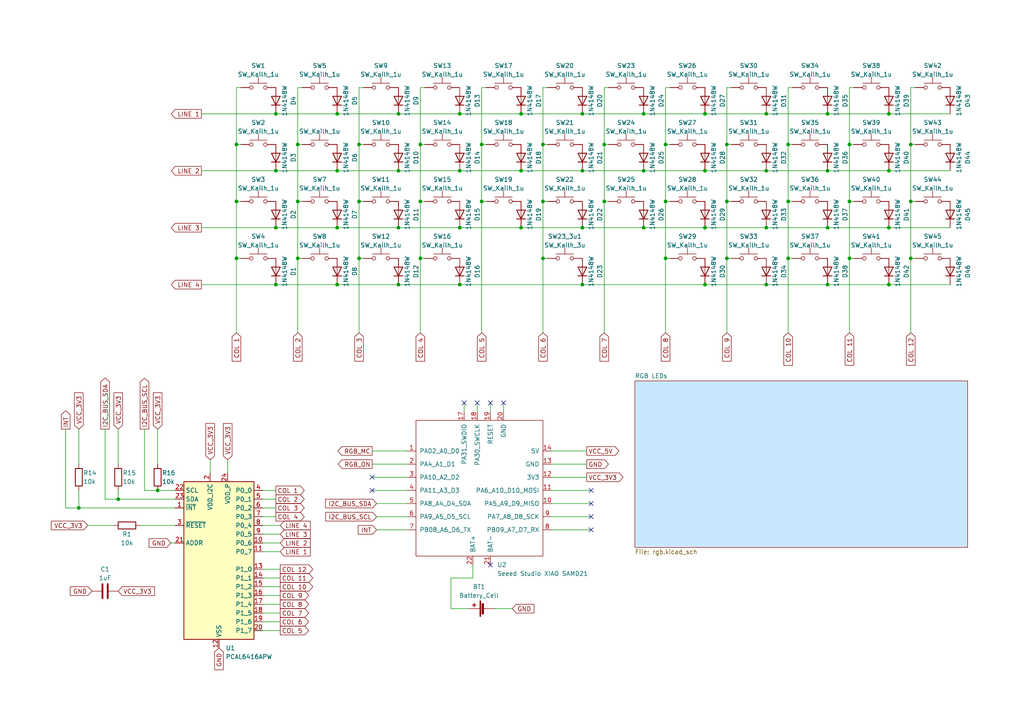
<source format=kicad_sch>
(kicad_sch (version 20230121) (generator eeschema)
  (paper "A4")
  (title_block (title "Keyboard") (rev "1.1") (company "0xAC0"))
  (junction (at 68.58 74.93))
  (junction (at 222.25 49.53))
  (junction (at 240.03 82.55))
  (junction (at 228.6 58.42))
  (junction (at 133.35 33.02))
  (junction (at 97.79 33.02))
  (junction (at 80.01 33.02))
  (junction (at 80.01 82.55))
  (junction (at 257.81 82.55))
  (junction (at 121.92 74.93))
  (junction (at 168.91 33.02))
  (junction (at 193.04 58.42))
  (junction (at 175.26 58.42))
  (junction (at 139.7 41.91))
  (junction (at 151.13 66.04))
  (junction (at 246.38 74.93))
  (junction (at 186.69 33.02))
  (junction (at 257.81 66.04))
  (junction (at 246.38 58.42))
  (junction (at 97.79 82.55))
  (junction (at 139.7 58.42))
  (junction (at 115.57 66.04))
  (junction (at 186.69 49.53))
  (junction (at 133.35 49.53))
  (junction (at 240.03 49.53))
  (junction (at 204.47 49.53))
  (junction (at 45.72 142.24))
  (junction (at 222.25 33.02))
  (junction (at 193.04 41.91))
  (junction (at 257.81 49.53))
  (junction (at 86.36 74.93))
  (junction (at 115.57 33.02))
  (junction (at 97.79 49.53))
  (junction (at 157.48 58.42))
  (junction (at 186.69 66.04))
  (junction (at 168.91 66.04))
  (junction (at 210.82 41.91))
  (junction (at 80.01 66.04))
  (junction (at 115.57 49.53))
  (junction (at 133.35 66.04))
  (junction (at 228.6 41.91))
  (junction (at 157.48 41.91))
  (junction (at 204.47 82.55))
  (junction (at 104.14 41.91))
  (junction (at 193.04 74.93))
  (junction (at 121.92 41.91))
  (junction (at 210.82 74.93))
  (junction (at 68.58 58.42))
  (junction (at 222.25 66.04))
  (junction (at 222.25 82.55))
  (junction (at 264.16 74.93))
  (junction (at 175.26 41.91))
  (junction (at 22.86 147.32))
  (junction (at 121.92 58.42))
  (junction (at 204.47 33.02))
  (junction (at 104.14 74.93))
  (junction (at 246.38 41.91))
  (junction (at 115.57 82.55))
  (junction (at 97.79 66.04))
  (junction (at 34.29 144.78))
  (junction (at 157.48 74.93))
  (junction (at 104.14 58.42))
  (junction (at 168.91 49.53))
  (junction (at 228.6 74.93))
  (junction (at 68.58 41.91))
  (junction (at 210.82 58.42))
  (junction (at 151.13 49.53))
  (junction (at 240.03 66.04))
  (junction (at 257.81 33.02))
  (junction (at 86.36 58.42))
  (junction (at 151.13 33.02))
  (junction (at 240.03 33.02))
  (junction (at 204.47 66.04))
  (junction (at 80.01 49.53))
  (junction (at 86.36 41.91))
  (junction (at 133.35 82.55))
  (junction (at 264.16 41.91))
  (junction (at 168.91 82.55))
  (junction (at 264.16 58.42))
  (no_connect (at 171.45 146.05))
  (no_connect (at 138.43 116.84))
  (no_connect (at 142.24 116.84))
  (no_connect (at 134.62 116.84))
  (no_connect (at 107.95 138.43))
  (no_connect (at 171.45 149.86))
  (no_connect (at 171.45 142.24))
  (no_connect (at 146.05 116.84))
  (no_connect (at 142.24 163.83))
  (no_connect (at 107.95 142.24))
  (no_connect (at 171.45 153.67))
  (wire (pts (xy 186.69 33.02) (xy 204.47 33.02)))
  (wire (pts (xy 193.04 41.91) (xy 194.31 41.91)))
  (wire (pts (xy 80.01 33.02) (xy 97.79 33.02)))
  (wire (pts (xy 76.2 182.88) (xy 81.28 182.88)))
  (wire (pts (xy 193.04 74.93) (xy 194.31 74.93)))
  (wire (pts (xy 115.57 66.04) (xy 133.35 66.04)))
  (wire (pts (xy 34.29 144.78) (xy 50.8 144.78)))
  (wire (pts (xy 228.6 74.93) (xy 229.87 74.93)))
  (wire (pts (xy 41.91 124.46) (xy 41.91 142.24)))
  (wire (pts (xy 58.42 82.55) (xy 80.01 82.55)))
  (wire (pts (xy 121.92 58.42) (xy 121.92 74.93)))
  (wire (pts (xy 58.42 33.02) (xy 80.01 33.02)))
  (wire (pts (xy 139.7 58.42) (xy 139.7 96.52)))
  (wire (pts (xy 109.22 153.67) (xy 118.11 153.67)))
  (wire (pts (xy 193.04 58.42) (xy 193.04 74.93)))
  (wire (pts (xy 264.16 74.93) (xy 265.43 74.93)))
  (wire (pts (xy 222.25 33.02) (xy 240.03 33.02)))
  (wire (pts (xy 115.57 49.53) (xy 133.35 49.53)))
  (wire (pts (xy 121.92 74.93) (xy 121.92 96.52)))
  (wire (pts (xy 240.03 82.55) (xy 257.81 82.55)))
  (wire (pts (xy 41.91 142.24) (xy 45.72 142.24)))
  (wire (pts (xy 22.86 147.32) (xy 50.8 147.32)))
  (wire (pts (xy 76.2 175.26) (xy 81.28 175.26)))
  (wire (pts (xy 76.2 147.32) (xy 80.01 147.32)))
  (wire (pts (xy 68.58 25.4) (xy 69.85 25.4)))
  (wire (pts (xy 104.14 58.42) (xy 105.41 58.42)))
  (wire (pts (xy 264.16 41.91) (xy 264.16 58.42)))
  (wire (pts (xy 68.58 41.91) (xy 69.85 41.91)))
  (wire (pts (xy 30.48 144.78) (xy 34.29 144.78)))
  (wire (pts (xy 148.59 176.53) (xy 143.51 176.53)))
  (wire (pts (xy 86.36 74.93) (xy 86.36 96.52)))
  (wire (pts (xy 175.26 25.4) (xy 176.53 25.4)))
  (wire (pts (xy 86.36 41.91) (xy 87.63 41.91)))
  (wire (pts (xy 210.82 58.42) (xy 212.09 58.42)))
  (wire (pts (xy 133.35 33.02) (xy 151.13 33.02)))
  (wire (pts (xy 68.58 58.42) (xy 68.58 74.93)))
  (wire (pts (xy 97.79 49.53) (xy 115.57 49.53)))
  (wire (pts (xy 175.26 41.91) (xy 176.53 41.91)))
  (wire (pts (xy 139.7 25.4) (xy 140.97 25.4)))
  (wire (pts (xy 157.48 58.42) (xy 158.75 58.42)))
  (wire (pts (xy 257.81 66.04) (xy 275.59 66.04)))
  (wire (pts (xy 157.48 74.93) (xy 157.48 96.52)))
  (wire (pts (xy 186.69 49.53) (xy 204.47 49.53)))
  (wire (pts (xy 210.82 41.91) (xy 212.09 41.91)))
  (wire (pts (xy 264.16 41.91) (xy 265.43 41.91)))
  (wire (pts (xy 228.6 25.4) (xy 229.87 25.4)))
  (wire (pts (xy 133.35 66.04) (xy 151.13 66.04)))
  (wire (pts (xy 151.13 33.02) (xy 168.91 33.02)))
  (wire (pts (xy 246.38 41.91) (xy 247.65 41.91)))
  (wire (pts (xy 222.25 49.53) (xy 240.03 49.53)))
  (wire (pts (xy 104.14 58.42) (xy 104.14 74.93)))
  (wire (pts (xy 130.81 176.53) (xy 135.89 176.53)))
  (wire (pts (xy 76.2 152.4) (xy 81.28 152.4)))
  (wire (pts (xy 76.2 144.78) (xy 80.01 144.78)))
  (wire (pts (xy 121.92 58.42) (xy 123.19 58.42)))
  (wire (pts (xy 246.38 25.4) (xy 247.65 25.4)))
  (wire (pts (xy 97.79 33.02) (xy 115.57 33.02)))
  (wire (pts (xy 193.04 74.93) (xy 193.04 96.52)))
  (wire (pts (xy 121.92 41.91) (xy 121.92 58.42)))
  (wire (pts (xy 228.6 58.42) (xy 229.87 58.42)))
  (wire (pts (xy 210.82 25.4) (xy 210.82 41.91)))
  (wire (pts (xy 76.2 180.34) (xy 81.28 180.34)))
  (wire (pts (xy 264.16 25.4) (xy 265.43 25.4)))
  (wire (pts (xy 107.95 134.62) (xy 118.11 134.62)))
  (wire (pts (xy 76.2 172.72) (xy 81.28 172.72)))
  (wire (pts (xy 168.91 49.53) (xy 186.69 49.53)))
  (wire (pts (xy 86.36 25.4) (xy 87.63 25.4)))
  (wire (pts (xy 160.02 153.67) (xy 171.45 153.67)))
  (wire (pts (xy 246.38 58.42) (xy 247.65 58.42)))
  (wire (pts (xy 60.96 137.16) (xy 60.96 133.35)))
  (wire (pts (xy 264.16 58.42) (xy 265.43 58.42)))
  (wire (pts (xy 40.64 152.4) (xy 50.8 152.4)))
  (wire (pts (xy 76.2 165.1) (xy 81.28 165.1)))
  (wire (pts (xy 97.79 82.55) (xy 115.57 82.55)))
  (wire (pts (xy 222.25 82.55) (xy 240.03 82.55)))
  (wire (pts (xy 246.38 58.42) (xy 246.38 74.93)))
  (wire (pts (xy 210.82 41.91) (xy 210.82 58.42)))
  (wire (pts (xy 104.14 25.4) (xy 105.41 25.4)))
  (wire (pts (xy 121.92 74.93) (xy 123.19 74.93)))
  (wire (pts (xy 157.48 41.91) (xy 157.48 58.42)))
  (wire (pts (xy 137.16 167.64) (xy 130.81 167.64)))
  (wire (pts (xy 246.38 25.4) (xy 246.38 41.91)))
  (wire (pts (xy 257.81 82.55) (xy 275.59 82.55)))
  (wire (pts (xy 19.05 124.46) (xy 19.05 147.32)))
  (wire (pts (xy 157.48 74.93) (xy 158.75 74.93)))
  (wire (pts (xy 68.58 74.93) (xy 68.58 96.52)))
  (wire (pts (xy 193.04 58.42) (xy 194.31 58.42)))
  (wire (pts (xy 25.4 152.4) (xy 33.02 152.4)))
  (wire (pts (xy 76.2 154.94) (xy 81.28 154.94)))
  (wire (pts (xy 175.26 25.4) (xy 175.26 41.91)))
  (wire (pts (xy 175.26 58.42) (xy 176.53 58.42)))
  (wire (pts (xy 104.14 74.93) (xy 104.14 96.52)))
  (wire (pts (xy 107.95 130.81) (xy 118.11 130.81)))
  (wire (pts (xy 107.95 138.43) (xy 118.11 138.43)))
  (wire (pts (xy 186.69 66.04) (xy 204.47 66.04)))
  (wire (pts (xy 76.2 170.18) (xy 81.28 170.18)))
  (wire (pts (xy 204.47 66.04) (xy 222.25 66.04)))
  (wire (pts (xy 34.29 142.24) (xy 34.29 144.78)))
  (wire (pts (xy 76.2 157.48) (xy 81.28 157.48)))
  (wire (pts (xy 264.16 58.42) (xy 264.16 74.93)))
  (wire (pts (xy 246.38 74.93) (xy 247.65 74.93)))
  (wire (pts (xy 104.14 41.91) (xy 104.14 58.42)))
  (wire (pts (xy 76.2 160.02) (xy 81.28 160.02)))
  (wire (pts (xy 109.22 149.86) (xy 118.11 149.86)))
  (wire (pts (xy 175.26 58.42) (xy 175.26 96.52)))
  (wire (pts (xy 204.47 33.02) (xy 222.25 33.02)))
  (wire (pts (xy 86.36 74.93) (xy 87.63 74.93)))
  (wire (pts (xy 264.16 25.4) (xy 264.16 41.91)))
  (wire (pts (xy 210.82 74.93) (xy 210.82 96.52)))
  (wire (pts (xy 121.92 41.91) (xy 123.19 41.91)))
  (wire (pts (xy 34.29 124.46) (xy 34.29 134.62)))
  (wire (pts (xy 22.86 124.46) (xy 22.86 134.62)))
  (wire (pts (xy 257.81 49.53) (xy 275.59 49.53)))
  (wire (pts (xy 68.58 41.91) (xy 68.58 58.42)))
  (wire (pts (xy 193.04 25.4) (xy 193.04 41.91)))
  (wire (pts (xy 86.36 58.42) (xy 87.63 58.42)))
  (wire (pts (xy 157.48 25.4) (xy 157.48 41.91)))
  (wire (pts (xy 168.91 66.04) (xy 186.69 66.04)))
  (wire (pts (xy 157.48 25.4) (xy 158.75 25.4)))
  (wire (pts (xy 19.05 147.32) (xy 22.86 147.32)))
  (wire (pts (xy 210.82 74.93) (xy 212.09 74.93)))
  (wire (pts (xy 104.14 41.91) (xy 105.41 41.91)))
  (wire (pts (xy 228.6 41.91) (xy 228.6 58.42)))
  (wire (pts (xy 22.86 142.24) (xy 22.86 147.32)))
  (wire (pts (xy 49.53 157.48) (xy 50.8 157.48)))
  (wire (pts (xy 121.92 25.4) (xy 123.19 25.4)))
  (wire (pts (xy 80.01 82.55) (xy 97.79 82.55)))
  (wire (pts (xy 142.24 116.84) (xy 142.24 119.38)))
  (wire (pts (xy 222.25 66.04) (xy 240.03 66.04)))
  (wire (pts (xy 175.26 41.91) (xy 175.26 58.42)))
  (wire (pts (xy 134.62 116.84) (xy 134.62 119.38)))
  (wire (pts (xy 246.38 41.91) (xy 246.38 58.42)))
  (wire (pts (xy 210.82 58.42) (xy 210.82 74.93)))
  (wire (pts (xy 76.2 177.8) (xy 81.28 177.8)))
  (wire (pts (xy 115.57 33.02) (xy 133.35 33.02)))
  (wire (pts (xy 86.36 58.42) (xy 86.36 74.93)))
  (wire (pts (xy 115.57 82.55) (xy 133.35 82.55)))
  (wire (pts (xy 76.2 142.24) (xy 80.01 142.24)))
  (wire (pts (xy 138.43 116.84) (xy 138.43 119.38)))
  (wire (pts (xy 130.81 167.64) (xy 130.81 176.53)))
  (wire (pts (xy 157.48 58.42) (xy 157.48 74.93)))
  (wire (pts (xy 58.42 66.04) (xy 80.01 66.04)))
  (wire (pts (xy 68.58 25.4) (xy 68.58 41.91)))
  (wire (pts (xy 193.04 25.4) (xy 194.31 25.4)))
  (wire (pts (xy 137.16 163.83) (xy 137.16 167.64)))
  (wire (pts (xy 210.82 25.4) (xy 212.09 25.4)))
  (wire (pts (xy 228.6 58.42) (xy 228.6 74.93)))
  (wire (pts (xy 104.14 25.4) (xy 104.14 41.91)))
  (wire (pts (xy 193.04 41.91) (xy 193.04 58.42)))
  (wire (pts (xy 240.03 66.04) (xy 257.81 66.04)))
  (wire (pts (xy 151.13 66.04) (xy 168.91 66.04)))
  (wire (pts (xy 30.48 124.46) (xy 30.48 144.78)))
  (wire (pts (xy 97.79 66.04) (xy 115.57 66.04)))
  (wire (pts (xy 204.47 82.55) (xy 222.25 82.55)))
  (wire (pts (xy 107.95 142.24) (xy 118.11 142.24)))
  (wire (pts (xy 160.02 149.86) (xy 171.45 149.86)))
  (wire (pts (xy 121.92 25.4) (xy 121.92 41.91)))
  (wire (pts (xy 228.6 74.93) (xy 228.6 96.52)))
  (wire (pts (xy 109.22 146.05) (xy 118.11 146.05)))
  (wire (pts (xy 133.35 49.53) (xy 151.13 49.53)))
  (wire (pts (xy 86.36 25.4) (xy 86.36 41.91)))
  (wire (pts (xy 160.02 142.24) (xy 171.45 142.24)))
  (wire (pts (xy 68.58 58.42) (xy 69.85 58.42)))
  (wire (pts (xy 86.36 41.91) (xy 86.36 58.42)))
  (wire (pts (xy 228.6 25.4) (xy 228.6 41.91)))
  (wire (pts (xy 264.16 74.93) (xy 264.16 96.52)))
  (wire (pts (xy 68.58 74.93) (xy 69.85 74.93)))
  (wire (pts (xy 204.47 49.53) (xy 222.25 49.53)))
  (wire (pts (xy 80.01 49.53) (xy 97.79 49.53)))
  (wire (pts (xy 139.7 41.91) (xy 140.97 41.91)))
  (wire (pts (xy 228.6 41.91) (xy 229.87 41.91)))
  (wire (pts (xy 139.7 58.42) (xy 140.97 58.42)))
  (wire (pts (xy 257.81 33.02) (xy 275.59 33.02)))
  (wire (pts (xy 58.42 49.53) (xy 80.01 49.53)))
  (wire (pts (xy 139.7 25.4) (xy 139.7 41.91)))
  (wire (pts (xy 157.48 41.91) (xy 158.75 41.91)))
  (wire (pts (xy 160.02 146.05) (xy 171.45 146.05)))
  (wire (pts (xy 168.91 82.55) (xy 204.47 82.55)))
  (wire (pts (xy 160.02 134.62) (xy 170.18 134.62)))
  (wire (pts (xy 139.7 41.91) (xy 139.7 58.42)))
  (wire (pts (xy 66.04 133.35) (xy 66.04 137.16)))
  (wire (pts (xy 160.02 130.81) (xy 170.18 130.81)))
  (wire (pts (xy 246.38 74.93) (xy 246.38 96.52)))
  (wire (pts (xy 45.72 142.24) (xy 50.8 142.24)))
  (wire (pts (xy 45.72 124.46) (xy 45.72 134.62)))
  (wire (pts (xy 240.03 33.02) (xy 257.81 33.02)))
  (wire (pts (xy 160.02 138.43) (xy 170.18 138.43)))
  (wire (pts (xy 146.05 116.84) (xy 146.05 119.38)))
  (wire (pts (xy 76.2 149.86) (xy 80.01 149.86)))
  (wire (pts (xy 80.01 66.04) (xy 97.79 66.04)))
  (wire (pts (xy 104.14 74.93) (xy 105.41 74.93)))
  (wire (pts (xy 240.03 49.53) (xy 257.81 49.53)))
  (wire (pts (xy 133.35 82.55) (xy 168.91 82.55)))
  (wire (pts (xy 76.2 167.64) (xy 81.28 167.64)))
  (wire (pts (xy 151.13 49.53) (xy 168.91 49.53)))
  (wire (pts (xy 168.91 33.02) (xy 186.69 33.02)))
  (global_label "COL 2" (shape output) (at 80.01 144.78 0) (property "Intersheetrefs" "${INTERSHEET_REFS}" (effects hide)))
  (global_label "LINE 2" (shape input) (at 81.28 157.48 0) (property "Intersheetrefs" "${INTERSHEET_REFS}" (effects hide)))
  (global_label "VCC_3V3" (shape input) (at 34.29 124.46 90) (property "Intersheetrefs" "${INTERSHEET_REFS}" (effects hide)))
  (global_label "LINE 1" (shape input) (at 81.28 160.02 0) (property "Intersheetrefs" "${INTERSHEET_REFS}" (effects hide)))
  (global_label "GND" (shape input) (at 63.5 187.96 270) (property "Intersheetrefs" "${INTERSHEET_REFS}" (effects hide)))
  (global_label "COL 7" (shape input) (at 175.26 96.52 270) (property "Intersheetrefs" "${INTERSHEET_REFS}" (effects hide)))
  (global_label "COL 5" (shape output) (at 81.28 182.88 0) (property "Intersheetrefs" "${INTERSHEET_REFS}" (effects hide)))
  (global_label "I2C_BUS_SCL" (shape input) (at 109.22 149.86 180) (property "Intersheetrefs" "${INTERSHEET_REFS}" (effects hide)))
  (global_label "GND" (shape input) (at 49.53 157.48 180) (property "Intersheetrefs" "${INTERSHEET_REFS}" (effects hide)))
  (global_label "I2C_BUS_SDA" (shape output) (at 30.48 124.46 90) (property "Intersheetrefs" "${INTERSHEET_REFS}" (effects hide)))
  (global_label "COL 4" (shape output) (at 80.01 149.86 0) (property "Intersheetrefs" "${INTERSHEET_REFS}" (effects hide)))
  (global_label "COL 7" (shape output) (at 81.28 177.8 0) (property "Intersheetrefs" "${INTERSHEET_REFS}" (effects hide)))
  (global_label "COL 11" (shape output) (at 81.28 167.64 0) (property "Intersheetrefs" "${INTERSHEET_REFS}" (effects hide)))
  (global_label "VCC_3V3" (shape input) (at 66.04 133.35 90) (property "Intersheetrefs" "${INTERSHEET_REFS}" (effects hide)))
  (global_label "COL 10" (shape input) (at 228.6 96.52 270) (property "Intersheetrefs" "${INTERSHEET_REFS}" (effects hide)))
  (global_label "COL 3" (shape input) (at 104.14 96.52 270) (property "Intersheetrefs" "${INTERSHEET_REFS}" (effects hide)))
  (global_label "COL 6" (shape input) (at 157.48 96.52 270) (property "Intersheetrefs" "${INTERSHEET_REFS}" (effects hide)))
  (global_label "COL 9" (shape output) (at 81.28 172.72 0) (property "Intersheetrefs" "${INTERSHEET_REFS}" (effects hide)))
  (global_label "GND" (shape input) (at 26.67 171.45 180) (property "Intersheetrefs" "${INTERSHEET_REFS}" (effects hide)))
  (global_label "COL 6" (shape output) (at 81.28 180.34 0) (property "Intersheetrefs" "${INTERSHEET_REFS}" (effects hide)))
  (global_label "COL 2" (shape input) (at 86.36 96.52 270) (property "Intersheetrefs" "${INTERSHEET_REFS}" (effects hide)))
  (global_label "COL 5" (shape input) (at 139.7 96.52 270) (property "Intersheetrefs" "${INTERSHEET_REFS}" (effects hide)))
  (global_label "COL 4" (shape input) (at 121.92 96.52 270) (property "Intersheetrefs" "${INTERSHEET_REFS}" (effects hide)))
  (global_label "RGB_ON" (shape output) (at 107.95 134.62 180) (property "Intersheetrefs" "${INTERSHEET_REFS}" (effects hide)))
  (global_label "COL 3" (shape output) (at 80.01 147.32 0) (property "Intersheetrefs" "${INTERSHEET_REFS}" (effects hide)))
  (global_label "COL 1" (shape output) (at 80.01 142.24 0) (property "Intersheetrefs" "${INTERSHEET_REFS}" (effects hide)))
  (global_label "INT" (shape output) (at 19.05 124.46 90) (property "Intersheetrefs" "${INTERSHEET_REFS}" (effects hide)))
  (global_label "GND" (shape input) (at 148.59 176.53 0) (property "Intersheetrefs" "${INTERSHEET_REFS}" (effects hide)))
  (global_label "INT" (shape input) (at 109.22 153.67 180) (property "Intersheetrefs" "${INTERSHEET_REFS}" (effects hide)))
  (global_label "COL 10" (shape output) (at 81.28 170.18 0) (property "Intersheetrefs" "${INTERSHEET_REFS}" (effects hide)))
  (global_label "COL 12" (shape output) (at 81.28 165.1 0) (property "Intersheetrefs" "${INTERSHEET_REFS}" (effects hide)))
  (global_label "LINE 2" (shape output) (at 58.42 49.53 180) (property "Intersheetrefs" "${INTERSHEET_REFS}" (effects hide)))
  (global_label "COL 11" (shape input) (at 246.38 96.52 270) (property "Intersheetrefs" "${INTERSHEET_REFS}" (effects hide)))
  (global_label "VCC_3V3" (shape input) (at 25.4 152.4 180) (property "Intersheetrefs" "${INTERSHEET_REFS}" (effects hide)))
  (global_label "COL 12" (shape input) (at 264.16 96.52 270) (property "Intersheetrefs" "${INTERSHEET_REFS}" (effects hide)))
  (global_label "VCC_3V3" (shape input) (at 22.86 124.46 90) (property "Intersheetrefs" "${INTERSHEET_REFS}" (effects hide)))
  (global_label "VCC_5V" (shape output) (at 170.18 130.81 0) (property "Intersheetrefs" "${INTERSHEET_REFS}" (effects hide)))
  (global_label "GND" (shape output) (at 170.18 134.62 0) (property "Intersheetrefs" "${INTERSHEET_REFS}" (effects hide)))
  (global_label "VCC_3V3" (shape input) (at 45.72 124.46 90) (property "Intersheetrefs" "${INTERSHEET_REFS}" (effects hide)))
  (global_label "I2C_BUS_SCL" (shape output) (at 41.91 124.46 90) (property "Intersheetrefs" "${INTERSHEET_REFS}" (effects hide)))
  (global_label "LINE 4" (shape output) (at 58.42 82.55 180) (property "Intersheetrefs" "${INTERSHEET_REFS}" (effects hide)))
  (global_label "COL 8" (shape output) (at 81.28 175.26 0) (property "Intersheetrefs" "${INTERSHEET_REFS}" (effects hide)))
  (global_label "VCC_3V3" (shape input) (at 34.29 171.45 0) (property "Intersheetrefs" "${INTERSHEET_REFS}" (effects hide)))
  (global_label "LINE 3" (shape output) (at 58.42 66.04 180) (property "Intersheetrefs" "${INTERSHEET_REFS}" (effects hide)))
  (global_label "RGB_MC" (shape output) (at 107.95 130.81 180) (property "Intersheetrefs" "${INTERSHEET_REFS}" (effects hide)))
  (global_label "COL 8" (shape input) (at 193.04 96.52 270) (property "Intersheetrefs" "${INTERSHEET_REFS}" (effects hide)))
  (global_label "LINE 3" (shape input) (at 81.28 154.94 0) (property "Intersheetrefs" "${INTERSHEET_REFS}" (effects hide)))
  (global_label "I2C_BUS_SDA" (shape input) (at 109.22 146.05 180) (property "Intersheetrefs" "${INTERSHEET_REFS}" (effects hide)))
  (global_label "VCC_3V3" (shape input) (at 60.96 133.35 90) (property "Intersheetrefs" "${INTERSHEET_REFS}" (effects hide)))
  (global_label "VCC_3V3" (shape output) (at 170.18 138.43 0) (property "Intersheetrefs" "${INTERSHEET_REFS}" (effects hide)))
  (global_label "COL 1" (shape input) (at 68.58 96.52 270) (property "Intersheetrefs" "${INTERSHEET_REFS}" (effects hide)))
  (global_label "LINE 4" (shape input) (at 81.28 152.4 0) (property "Intersheetrefs" "${INTERSHEET_REFS}" (effects hide)))
  (global_label "LINE 1" (shape output) (at 58.42 33.02 180) (property "Intersheetrefs" "${INTERSHEET_REFS}" (effects hide)))
  (global_label "COL 9" (shape input) (at 210.82 96.52 270) (property "Intersheetrefs" "${INTERSHEET_REFS}" (effects hide)))
  (symbol (lib_id "Diode:1N4148") (at 97.79 29.21 270) (mirror x) (unit 1)
    (property "Reference" "D5" (at 102.87 29.21 0))
    (property "Value" "1N4148W" (at 100.33 29.21 0))
    (property "Footprint" "Diode_SMD:D_SOD-123" (effects hide))
    (property "Sim.Device" "D" (effects hide))
    (property "Sim.Pins" "1=K 2=A" (effects hide))
  )
  (symbol (lib_id "Switch:SW_Push") (at 270.51 74.93 0) (unit 1)
    (property "Reference" "SW45" (at 270.51 68.58 0))
    (property "Value" "SW_Kailh_1u" (at 270.51 71.12 0))
    (property "Footprint" "PCM_Switch_Keyboard_Hotswap_Kailh:SW_Hotswap_Kailh_Choc_V1V2_1.00u" (effects hide))
  )
  (symbol (lib_id "Device:R") (at 34.29 138.43 0) (unit 1)
    (property "Reference" "R15" (at 35.56 137.16 0) (effects (justify left)))
    (property "Value" "10k" (at 35.56 139.7 0) (effects (justify left)))
    (property "Footprint" "Resistor_SMD:R_1206_3216Metric_Pad1.30x1.75mm_HandSolder" (effects hide))
  )
  (symbol (lib_id "Diode:1N4148") (at 257.81 78.74 270) (mirror x) (unit 1)
    (property "Reference" "D42" (at 262.89 78.74 0))
    (property "Value" "1N4148W" (at 260.35 78.74 0))
    (property "Footprint" "Diode_SMD:D_SOD-123" (effects hide))
    (property "Sim.Device" "D" (effects hide))
    (property "Sim.Pins" "1=K 2=A" (effects hide))
  )
  (symbol (lib_id "Diode:1N4148") (at 80.01 62.23 270) (mirror x) (unit 1)
    (property "Reference" "D2" (at 85.09 62.23 0))
    (property "Value" "1N4148W" (at 82.55 62.23 0))
    (property "Footprint" "Diode_SMD:D_SOD-123" (effects hide))
    (property "Sim.Device" "D" (effects hide))
    (property "Sim.Pins" "1=K 2=A" (effects hide))
  )
  (symbol (lib_id "Diode:1N4148") (at 222.25 29.21 270) (mirror x) (unit 1)
    (property "Reference" "D31" (at 227.33 29.21 0))
    (property "Value" "1N4148W" (at 224.79 29.21 0))
    (property "Footprint" "Diode_SMD:D_SOD-123" (effects hide))
    (property "Sim.Device" "D" (effects hide))
    (property "Sim.Pins" "1=K 2=A" (effects hide))
  )
  (symbol (lib_id "Switch:SW_Push") (at 252.73 25.4 0) (unit 1)
    (property "Reference" "SW38" (at 252.73 19.05 0))
    (property "Value" "SW_Kailh_1u" (at 252.73 21.59 0))
    (property "Footprint" "PCM_Switch_Keyboard_Hotswap_Kailh:SW_Hotswap_Kailh_Choc_V1V2_1.00u" (effects hide))
  )
  (symbol (lib_id "Switch:SW_Push") (at 234.95 41.91 0) (unit 1)
    (property "Reference" "SW35" (at 234.95 35.56 0))
    (property "Value" "SW_Kailh_1u" (at 234.95 38.1 0))
    (property "Footprint" "PCM_Switch_Keyboard_Hotswap_Kailh:SW_Hotswap_Kailh_Choc_V1V2_1.00u" (effects hide))
  )
  (symbol (lib_id "Switch:SW_Push") (at 128.27 74.93 0) (unit 1)
    (property "Reference" "SW16" (at 128.27 68.58 0))
    (property "Value" "SW_Kailh_1u" (at 128.27 71.12 0))
    (property "Footprint" "PCM_Switch_Keyboard_Hotswap_Kailh:SW_Hotswap_Kailh_Choc_V1V2_1.00u" (effects hide))
  )
  (symbol (lib_id "Switch:SW_Push") (at 110.49 25.4 0) (unit 1)
    (property "Reference" "SW9" (at 110.49 19.05 0))
    (property "Value" "SW_Kailh_1u" (at 110.49 21.59 0))
    (property "Footprint" "PCM_Switch_Keyboard_Hotswap_Kailh:SW_Hotswap_Kailh_Choc_V1V2_1.00u" (effects hide))
  )
  (symbol (lib_id "Diode:1N4148") (at 275.59 45.72 270) (mirror x) (unit 1)
    (property "Reference" "D44" (at 280.67 45.72 0))
    (property "Value" "1N4148W" (at 278.13 45.72 0))
    (property "Footprint" "Diode_SMD:D_SOD-123" (effects hide))
    (property "Sim.Device" "D" (effects hide))
    (property "Sim.Pins" "1=K 2=A" (effects hide))
  )
  (symbol (lib_id "Diode:1N4148") (at 186.69 29.21 270) (mirror x) (unit 1)
    (property "Reference" "D24" (at 191.77 29.21 0))
    (property "Value" "1N4148W" (at 189.23 29.21 0))
    (property "Footprint" "Diode_SMD:D_SOD-123" (effects hide))
    (property "Sim.Device" "D" (effects hide))
    (property "Sim.Pins" "1=K 2=A" (effects hide))
  )
  (symbol (lib_id "Switch:SW_Push") (at 217.17 58.42 0) (unit 1)
    (property "Reference" "SW32" (at 217.17 52.07 0))
    (property "Value" "SW_Kailh_1u" (at 217.17 54.61 0))
    (property "Footprint" "PCM_Switch_Keyboard_Hotswap_Kailh:SW_Hotswap_Kailh_Choc_V1V2_1.00u" (effects hide))
  )
  (symbol (lib_id "Device:Battery_Cell") (at 140.97 176.53 90) (unit 1)
    (property "Reference" "BT1" (at 138.938 170.18 90))
    (property "Value" "Battery_Cell" (at 138.938 172.72 90))
    (property "Footprint" "Connector_PinHeader_2.54mm:PinHeader_1x02_P2.54mm_Vertical" (effects hide))
  )
  (symbol (lib_id "Diode:1N4148") (at 80.01 29.21 270) (mirror x) (unit 1)
    (property "Reference" "D4" (at 85.09 29.21 0))
    (property "Value" "1N4148W" (at 82.55 29.21 0))
    (property "Footprint" "Diode_SMD:D_SOD-123" (effects hide))
    (property "Sim.Device" "D" (effects hide))
    (property "Sim.Pins" "1=K 2=A" (effects hide))
  )
  (symbol (lib_id "Diode:1N4148") (at 240.03 62.23 270) (mirror x) (unit 1)
    (property "Reference" "D37" (at 245.11 62.23 0))
    (property "Value" "1N4148W" (at 242.57 62.23 0))
    (property "Footprint" "Diode_SMD:D_SOD-123" (effects hide))
    (property "Sim.Device" "D" (effects hide))
    (property "Sim.Pins" "1=K 2=A" (effects hide))
  )
  (symbol (lib_id "Diode:1N4148") (at 186.69 45.72 270) (mirror x) (unit 1)
    (property "Reference" "D25" (at 191.77 45.72 0))
    (property "Value" "1N4148W" (at 189.23 45.72 0))
    (property "Footprint" "Diode_SMD:D_SOD-123" (effects hide))
    (property "Sim.Device" "D" (effects hide))
    (property "Sim.Pins" "1=K 2=A" (effects hide))
  )
  (symbol (lib_id "Diode:1N4148") (at 168.91 78.74 270) (mirror x) (unit 1)
    (property "Reference" "D23" (at 173.99 78.74 0))
    (property "Value" "1N4148W" (at 171.45 78.74 0))
    (property "Footprint" "Diode_SMD:D_SOD-123" (effects hide))
    (property "Sim.Device" "D" (effects hide))
    (property "Sim.Pins" "1=K 2=A" (effects hide))
  )
  (symbol (lib_id "Switch:SW_Push") (at 146.05 41.91 0) (unit 1)
    (property "Reference" "SW18" (at 146.05 35.56 0))
    (property "Value" "SW_Kailh_1u" (at 146.05 38.1 0))
    (property "Footprint" "PCM_Switch_Keyboard_Hotswap_Kailh:SW_Hotswap_Kailh_Choc_V1V2_1.00u" (effects hide))
  )
  (symbol (lib_id "Switch:SW_Push") (at 74.93 41.91 0) (unit 1)
    (property "Reference" "SW2" (at 74.93 35.56 0))
    (property "Value" "SW_Kailh_1u" (at 74.93 38.1 0))
    (property "Footprint" "PCM_Switch_Keyboard_Hotswap_Kailh:SW_Hotswap_Kailh_Choc_V1V2_1.00u" (effects hide))
  )
  (symbol (lib_id "Diode:1N4148") (at 240.03 45.72 270) (mirror x) (unit 1)
    (property "Reference" "D36" (at 245.11 45.72 0))
    (property "Value" "1N4148W" (at 242.57 45.72 0))
    (property "Footprint" "Diode_SMD:D_SOD-123" (effects hide))
    (property "Sim.Device" "D" (effects hide))
    (property "Sim.Pins" "1=K 2=A" (effects hide))
  )
  (symbol (lib_id "Diode:1N4148") (at 115.57 78.74 270) (mirror x) (unit 1)
    (property "Reference" "D12" (at 120.65 78.74 0))
    (property "Value" "1N4148W" (at 118.11 78.74 0))
    (property "Footprint" "Diode_SMD:D_SOD-123" (effects hide))
    (property "Sim.Device" "D" (effects hide))
    (property "Sim.Pins" "1=K 2=A" (effects hide))
  )
  (symbol (lib_id "Diode:1N4148") (at 222.25 62.23 270) (mirror x) (unit 1)
    (property "Reference" "D33" (at 227.33 62.23 0))
    (property "Value" "1N4148W" (at 224.79 62.23 0))
    (property "Footprint" "Diode_SMD:D_SOD-123" (effects hide))
    (property "Sim.Device" "D" (effects hide))
    (property "Sim.Pins" "1=K 2=A" (effects hide))
  )
  (symbol (lib_id "Diode:1N4148") (at 240.03 78.74 270) (mirror x) (unit 1)
    (property "Reference" "D38" (at 245.11 78.74 0))
    (property "Value" "1N4148W" (at 242.57 78.74 0))
    (property "Footprint" "Diode_SMD:D_SOD-123" (effects hide))
    (property "Sim.Device" "D" (effects hide))
    (property "Sim.Pins" "1=K 2=A" (effects hide))
  )
  (symbol (lib_id "Diode:1N4148") (at 97.79 45.72 270) (mirror x) (unit 1)
    (property "Reference" "D6" (at 102.87 45.72 0))
    (property "Value" "1N4148W" (at 100.33 45.72 0))
    (property "Footprint" "Diode_SMD:D_SOD-123" (effects hide))
    (property "Sim.Device" "D" (effects hide))
    (property "Sim.Pins" "1=K 2=A" (effects hide))
  )
  (symbol (lib_id "Seeed_Studio_XIAO_Series:Seeed Studio XIAO SAMD21") (at 139.7 142.24 0) (unit 1)
    (property "Reference" "U2" (at 144.1959 163.83 0) (effects (justify left)))
    (property "Value" "Seeed Studio XIAO SAMD21" (at 144.1959 166.37 0) (effects (justify left)))
    (property "Footprint" "Seeed Studio XIAO Series Library:XIAO-nRF52840-Sense-14P-2.54-21X17.8MM" (effects hide))
  )
  (symbol (lib_id "Switch:SW_Push") (at 252.73 58.42 0) (unit 1)
    (property "Reference" "SW40" (at 252.73 52.07 0))
    (property "Value" "SW_Kailh_1u" (at 252.73 54.61 0))
    (property "Footprint" "PCM_Switch_Keyboard_Hotswap_Kailh:SW_Hotswap_Kailh_Choc_V1V2_1.00u" (effects hide))
  )
  (symbol (lib_id "Switch:SW_Push") (at 163.83 41.91 0) (unit 1)
    (property "Reference" "SW21" (at 163.83 35.56 0))
    (property "Value" "SW_Kailh_1u" (at 163.83 38.1 0))
    (property "Footprint" "PCM_Switch_Keyboard_Hotswap_Kailh:SW_Hotswap_Kailh_Choc_V1V2_1.00u" (effects hide))
  )
  (symbol (lib_id "Diode:1N4148") (at 204.47 29.21 270) (mirror x) (unit 1)
    (property "Reference" "D27" (at 209.55 29.21 0))
    (property "Value" "1N4148W" (at 207.01 29.21 0))
    (property "Footprint" "Diode_SMD:D_SOD-123" (effects hide))
    (property "Sim.Device" "D" (effects hide))
    (property "Sim.Pins" "1=K 2=A" (effects hide))
  )
  (symbol (lib_id "Switch:SW_Push") (at 128.27 41.91 0) (unit 1)
    (property "Reference" "SW14" (at 128.27 35.56 0))
    (property "Value" "SW_Kailh_1u" (at 128.27 38.1 0))
    (property "Footprint" "PCM_Switch_Keyboard_Hotswap_Kailh:SW_Hotswap_Kailh_Choc_V1V2_1.00u" (effects hide))
  )
  (symbol (lib_id "Diode:1N4148") (at 222.25 45.72 270) (mirror x) (unit 1)
    (property "Reference" "D32" (at 227.33 45.72 0))
    (property "Value" "1N4148W" (at 224.79 45.72 0))
    (property "Footprint" "Diode_SMD:D_SOD-123" (effects hide))
    (property "Sim.Device" "D" (effects hide))
    (property "Sim.Pins" "1=K 2=A" (effects hide))
  )
  (symbol (lib_id "Diode:1N4148") (at 151.13 62.23 270) (mirror x) (unit 1)
    (property "Reference" "D19" (at 156.21 62.23 0))
    (property "Value" "1N4148W" (at 153.67 62.23 0))
    (property "Footprint" "Diode_SMD:D_SOD-123" (effects hide))
    (property "Sim.Device" "D" (effects hide))
    (property "Sim.Pins" "1=K 2=A" (effects hide))
  )
  (symbol (lib_id "Diode:1N4148") (at 115.57 62.23 270) (mirror x) (unit 1)
    (property "Reference" "D11" (at 120.65 62.23 0))
    (property "Value" "1N4148W" (at 118.11 62.23 0))
    (property "Footprint" "Diode_SMD:D_SOD-123" (effects hide))
    (property "Sim.Device" "D" (effects hide))
    (property "Sim.Pins" "1=K 2=A" (effects hide))
  )
  (symbol (lib_id "Switch:SW_Push") (at 74.93 25.4 0) (unit 1)
    (property "Reference" "SW1" (at 74.93 19.05 0))
    (property "Value" "SW_Kailh_1u" (at 74.93 21.59 0))
    (property "Footprint" "PCM_Switch_Keyboard_Hotswap_Kailh:SW_Hotswap_Kailh_Choc_V1V2_1.00u" (effects hide))
  )
  (symbol (lib_id "Diode:1N4148") (at 204.47 62.23 270) (mirror x) (unit 1)
    (property "Reference" "D29" (at 209.55 62.23 0))
    (property "Value" "1N4148W" (at 207.01 62.23 0))
    (property "Footprint" "Diode_SMD:D_SOD-123" (effects hide))
    (property "Sim.Device" "D" (effects hide))
    (property "Sim.Pins" "1=K 2=A" (effects hide))
  )
  (symbol (lib_id "Diode:1N4148") (at 133.35 62.23 270) (mirror x) (unit 1)
    (property "Reference" "D15" (at 138.43 62.23 0))
    (property "Value" "1N4148W" (at 135.89 62.23 0))
    (property "Footprint" "Diode_SMD:D_SOD-123" (effects hide))
    (property "Sim.Device" "D" (effects hide))
    (property "Sim.Pins" "1=K 2=A" (effects hide))
  )
  (symbol (lib_id "Switch:SW_Push") (at 199.39 74.93 0) (unit 1)
    (property "Reference" "SW29" (at 199.39 68.58 0))
    (property "Value" "SW_Kailh_1u" (at 199.39 71.12 0))
    (property "Footprint" "PCM_Switch_Keyboard_Hotswap_Kailh:SW_Hotswap_Kailh_Choc_V1V2_1.00u" (effects hide))
  )
  (symbol (lib_id "Switch:SW_Push") (at 74.93 74.93 0) (unit 1)
    (property "Reference" "SW4" (at 74.93 68.58 0))
    (property "Value" "SW_Kailh_1u" (at 74.93 71.12 0))
    (property "Footprint" "PCM_Switch_Keyboard_Hotswap_Kailh:SW_Hotswap_Kailh_Choc_V1V2_1.00u" (effects hide))
  )
  (symbol (lib_id "Device:R") (at 45.72 138.43 0) (unit 1)
    (property "Reference" "R16" (at 46.99 137.16 0) (effects (justify left)))
    (property "Value" "10k" (at 46.99 139.7 0) (effects (justify left)))
    (property "Footprint" "Resistor_SMD:R_1206_3216Metric_Pad1.30x1.75mm_HandSolder" (effects hide))
  )
  (symbol (lib_id "Switch:SW_Push") (at 234.95 58.42 0) (unit 1)
    (property "Reference" "SW36" (at 234.95 52.07 0))
    (property "Value" "SW_Kailh_1u" (at 234.95 54.61 0))
    (property "Footprint" "PCM_Switch_Keyboard_Hotswap_Kailh:SW_Hotswap_Kailh_Choc_V1V2_1.00u" (effects hide))
  )
  (symbol (lib_id "Diode:1N4148") (at 115.57 45.72 270) (mirror x) (unit 1)
    (property "Reference" "D10" (at 120.65 45.72 0))
    (property "Value" "1N4148W" (at 118.11 45.72 0))
    (property "Footprint" "Diode_SMD:D_SOD-123" (effects hide))
    (property "Sim.Device" "D" (effects hide))
    (property "Sim.Pins" "1=K 2=A" (effects hide))
  )
  (symbol (lib_id "Diode:1N4148") (at 151.13 29.21 270) (mirror x) (unit 1)
    (property "Reference" "D17" (at 156.21 29.21 0))
    (property "Value" "1N4148W" (at 153.67 29.21 0))
    (property "Footprint" "Diode_SMD:D_SOD-123" (effects hide))
    (property "Sim.Device" "D" (effects hide))
    (property "Sim.Pins" "1=K 2=A" (effects hide))
  )
  (symbol (lib_id "Switch:SW_Push") (at 163.83 74.93 0) (unit 1)
    (property "Reference" "SW23_3u1" (at 163.83 68.58 0))
    (property "Value" "SW_Kailh_3u" (at 163.83 71.12 0))
    (property "Footprint" "PCM_Switch_Keyboard_Hotswap_Kailh:SW_Hotswap_Kailh_Choc_V1V2_3.00u" (effects hide))
  )
  (symbol (lib_id "Diode:1N4148") (at 115.57 29.21 270) (mirror x) (unit 1)
    (property "Reference" "D9" (at 120.65 29.21 0))
    (property "Value" "1N4148W" (at 118.11 29.21 0))
    (property "Footprint" "Diode_SMD:D_SOD-123" (effects hide))
    (property "Sim.Device" "D" (effects hide))
    (property "Sim.Pins" "1=K 2=A" (effects hide))
  )
  (symbol (lib_id "Diode:1N4148") (at 168.91 62.23 270) (mirror x) (unit 1)
    (property "Reference" "D22" (at 173.99 62.23 0))
    (property "Value" "1N4148W" (at 171.45 62.23 0))
    (property "Footprint" "Diode_SMD:D_SOD-123" (effects hide))
    (property "Sim.Device" "D" (effects hide))
    (property "Sim.Pins" "1=K 2=A" (effects hide))
  )
  (symbol (lib_id "Device:R") (at 36.83 152.4 270) (unit 1)
    (property "Reference" "R1" (at 36.83 154.94 90))
    (property "Value" "10k" (at 36.83 157.48 90))
    (property "Footprint" "Resistor_SMD:R_1206_3216Metric_Pad1.30x1.75mm_HandSolder" (effects hide))
  )
  (symbol (lib_id "Diode:1N4148") (at 275.59 78.74 270) (mirror x) (unit 1)
    (property "Reference" "D46" (at 280.67 78.74 0))
    (property "Value" "1N4148W" (at 278.13 78.74 0))
    (property "Footprint" "Diode_SMD:D_SOD-123" (effects hide))
    (property "Sim.Device" "D" (effects hide))
    (property "Sim.Pins" "1=K 2=A" (effects hide))
  )
  (symbol (lib_id "Diode:1N4148") (at 204.47 78.74 270) (mirror x) (unit 1)
    (property "Reference" "D30" (at 209.55 78.74 0))
    (property "Value" "1N4148W" (at 207.01 78.74 0))
    (property "Footprint" "Diode_SMD:D_SOD-123" (effects hide))
    (property "Sim.Device" "D" (effects hide))
    (property "Sim.Pins" "1=K 2=A" (effects hide))
  )
  (symbol (lib_id "Diode:1N4148") (at 257.81 29.21 270) (mirror x) (unit 1)
    (property "Reference" "D39" (at 262.89 29.21 0))
    (property "Value" "1N4148W" (at 260.35 29.21 0))
    (property "Footprint" "Diode_SMD:D_SOD-123" (effects hide))
    (property "Sim.Device" "D" (effects hide))
    (property "Sim.Pins" "1=K 2=A" (effects hide))
  )
  (symbol (lib_id "Switch:SW_Push") (at 270.51 41.91 0) (unit 1)
    (property "Reference" "SW43" (at 270.51 35.56 0))
    (property "Value" "SW_Kailh_1u" (at 270.51 38.1 0))
    (property "Footprint" "PCM_Switch_Keyboard_Hotswap_Kailh:SW_Hotswap_Kailh_Choc_V1V2_1.00u" (effects hide))
  )
  (symbol (lib_id "Switch:SW_Push") (at 110.49 58.42 0) (unit 1)
    (property "Reference" "SW11" (at 110.49 52.07 0))
    (property "Value" "SW_Kailh_1u" (at 110.49 54.61 0))
    (property "Footprint" "PCM_Switch_Keyboard_Hotswap_Kailh:SW_Hotswap_Kailh_Choc_V1V2_1.00u" (effects hide))
  )
  (symbol (lib_id "Diode:1N4148") (at 186.69 62.23 270) (mirror x) (unit 1)
    (property "Reference" "D26" (at 191.77 62.23 0))
    (property "Value" "1N4148W" (at 189.23 62.23 0))
    (property "Footprint" "Diode_SMD:D_SOD-123" (effects hide))
    (property "Sim.Device" "D" (effects hide))
    (property "Sim.Pins" "1=K 2=A" (effects hide))
  )
  (symbol (lib_id "Switch:SW_Push") (at 146.05 58.42 0) (unit 1)
    (property "Reference" "SW19" (at 146.05 52.07 0))
    (property "Value" "SW_Kailh_1u" (at 146.05 54.61 0))
    (property "Footprint" "PCM_Switch_Keyboard_Hotswap_Kailh:SW_Hotswap_Kailh_Choc_V1V2_1.00u" (effects hide))
  )
  (symbol (lib_id "Switch:SW_Push") (at 163.83 58.42 0) (unit 1)
    (property "Reference" "SW22" (at 163.83 52.07 0))
    (property "Value" "SW_Kailh_1u" (at 163.83 54.61 0))
    (property "Footprint" "PCM_Switch_Keyboard_Hotswap_Kailh:SW_Hotswap_Kailh_Choc_V1V2_1.00u" (effects hide))
  )
  (symbol (lib_id "Diode:1N4148") (at 257.81 62.23 270) (mirror x) (unit 1)
    (property "Reference" "D41" (at 262.89 62.23 0))
    (property "Value" "1N4148W" (at 260.35 62.23 0))
    (property "Footprint" "Diode_SMD:D_SOD-123" (effects hide))
    (property "Sim.Device" "D" (effects hide))
    (property "Sim.Pins" "1=K 2=A" (effects hide))
  )
  (symbol (lib_id "Diode:1N4148") (at 257.81 45.72 270) (mirror x) (unit 1)
    (property "Reference" "D40" (at 262.89 45.72 0))
    (property "Value" "1N4148W" (at 260.35 45.72 0))
    (property "Footprint" "Diode_SMD:D_SOD-123" (effects hide))
    (property "Sim.Device" "D" (effects hide))
    (property "Sim.Pins" "1=K 2=A" (effects hide))
  )
  (symbol (lib_id "Diode:1N4148") (at 80.01 45.72 270) (mirror x) (unit 1)
    (property "Reference" "D3" (at 85.09 45.72 0))
    (property "Value" "1N4148W" (at 82.55 45.72 0))
    (property "Footprint" "Diode_SMD:D_SOD-123" (effects hide))
    (property "Sim.Device" "D" (effects hide))
    (property "Sim.Pins" "1=K 2=A" (effects hide))
  )
  (symbol (lib_id "Switch:SW_Push") (at 199.39 25.4 0) (unit 1)
    (property "Reference" "SW26" (at 199.39 19.05 0))
    (property "Value" "SW_Kailh_1u" (at 199.39 21.59 0))
    (property "Footprint" "PCM_Switch_Keyboard_Hotswap_Kailh:SW_Hotswap_Kailh_Choc_V1V2_1.00u" (effects hide))
  )
  (symbol (lib_id "Switch:SW_Push") (at 181.61 25.4 0) (unit 1)
    (property "Reference" "SW23" (at 181.61 19.05 0))
    (property "Value" "SW_Kailh_1u" (at 181.61 21.59 0))
    (property "Footprint" "PCM_Switch_Keyboard_Hotswap_Kailh:SW_Hotswap_Kailh_Choc_V1V2_1.00u" (effects hide))
  )
  (symbol (lib_id "Switch:SW_Push") (at 199.39 41.91 0) (unit 1)
    (property "Reference" "SW27" (at 199.39 35.56 0))
    (property "Value" "SW_Kailh_1u" (at 199.39 38.1 0))
    (property "Footprint" "PCM_Switch_Keyboard_Hotswap_Kailh:SW_Hotswap_Kailh_Choc_V1V2_1.00u" (effects hide))
  )
  (symbol (lib_id "Switch:SW_Push") (at 146.05 25.4 0) (unit 1)
    (property "Reference" "SW17" (at 146.05 19.05 0))
    (property "Value" "SW_Kailh_1u" (at 146.05 21.59 0))
    (property "Footprint" "PCM_Switch_Keyboard_Hotswap_Kailh:SW_Hotswap_Kailh_Choc_V1V2_1.00u" (effects hide))
  )
  (symbol (lib_id "Switch:SW_Push") (at 128.27 25.4 0) (unit 1)
    (property "Reference" "SW13" (at 128.27 19.05 0))
    (property "Value" "SW_Kailh_1u" (at 128.27 21.59 0))
    (property "Footprint" "PCM_Switch_Keyboard_Hotswap_Kailh:SW_Hotswap_Kailh_Choc_V1V2_1.00u" (effects hide))
  )
  (symbol (lib_id "Switch:SW_Push") (at 252.73 41.91 0) (unit 1)
    (property "Reference" "SW39" (at 252.73 35.56 0))
    (property "Value" "SW_Kailh_1u" (at 252.73 38.1 0))
    (property "Footprint" "PCM_Switch_Keyboard_Hotswap_Kailh:SW_Hotswap_Kailh_Choc_V1V2_1.00u" (effects hide))
  )
  (symbol (lib_id "Diode:1N4148") (at 240.03 29.21 270) (mirror x) (unit 1)
    (property "Reference" "D35" (at 245.11 29.21 0))
    (property "Value" "1N4148W" (at 242.57 29.21 0))
    (property "Footprint" "Diode_SMD:D_SOD-123" (effects hide))
    (property "Sim.Device" "D" (effects hide))
    (property "Sim.Pins" "1=K 2=A" (effects hide))
  )
  (symbol (lib_id "Switch:SW_Push") (at 234.95 74.93 0) (unit 1)
    (property "Reference" "SW37" (at 234.95 68.58 0))
    (property "Value" "SW_Kailh_1u" (at 234.95 71.12 0))
    (property "Footprint" "PCM_Switch_Keyboard_Hotswap_Kailh:SW_Hotswap_Kailh_Choc_V1V2_1.00u" (effects hide))
  )
  (symbol (lib_id "Diode:1N4148") (at 275.59 62.23 270) (mirror x) (unit 1)
    (property "Reference" "D45" (at 280.67 62.23 0))
    (property "Value" "1N4148W" (at 278.13 62.23 0))
    (property "Footprint" "Diode_SMD:D_SOD-123" (effects hide))
    (property "Sim.Device" "D" (effects hide))
    (property "Sim.Pins" "1=K 2=A" (effects hide))
  )
  (symbol (lib_id "Switch:SW_Push") (at 181.61 41.91 0) (unit 1)
    (property "Reference" "SW24" (at 181.61 35.56 0))
    (property "Value" "SW_Kailh_1u" (at 181.61 38.1 0))
    (property "Footprint" "PCM_Switch_Keyboard_Hotswap_Kailh:SW_Hotswap_Kailh_Choc_V1V2_1.00u" (effects hide))
  )
  (symbol (lib_id "Switch:SW_Push") (at 128.27 58.42 0) (unit 1)
    (property "Reference" "SW15" (at 128.27 52.07 0))
    (property "Value" "SW_Kailh_1u" (at 128.27 54.61 0))
    (property "Footprint" "PCM_Switch_Keyboard_Hotswap_Kailh:SW_Hotswap_Kailh_Choc_V1V2_1.00u" (effects hide))
  )
  (symbol (lib_id "Switch:SW_Push") (at 270.51 25.4 0) (unit 1)
    (property "Reference" "SW42" (at 270.51 19.05 0))
    (property "Value" "SW_Kailh_1u" (at 270.51 21.59 0))
    (property "Footprint" "PCM_Switch_Keyboard_Hotswap_Kailh:SW_Hotswap_Kailh_Choc_V1V2_1.00u" (effects hide))
  )
  (symbol (lib_id "Device:C") (at 30.48 171.45 270) (unit 1)
    (property "Reference" "C1" (at 30.48 165.1 90))
    (property "Value" "1uF" (at 30.48 167.64 90))
    (property "Footprint" "Capacitor_SMD:C_0805_2012Metric_Pad1.18x1.45mm_HandSolder" (effects hide))
  )
  (symbol (lib_id "Switch:SW_Push") (at 217.17 41.91 0) (unit 1)
    (property "Reference" "SW31" (at 217.17 35.56 0))
    (property "Value" "SW_Kailh_1u" (at 217.17 38.1 0))
    (property "Footprint" "PCM_Switch_Keyboard_Hotswap_Kailh:SW_Hotswap_Kailh_Choc_V1V2_1.00u" (effects hide))
  )
  (symbol (lib_id "Switch:SW_Push") (at 199.39 58.42 0) (unit 1)
    (property "Reference" "SW28" (at 199.39 52.07 0))
    (property "Value" "SW_Kailh_1u" (at 199.39 54.61 0))
    (property "Footprint" "PCM_Switch_Keyboard_Hotswap_Kailh:SW_Hotswap_Kailh_Choc_V1V2_1.00u" (effects hide))
  )
  (symbol (lib_id "Diode:1N4148") (at 204.47 45.72 270) (mirror x) (unit 1)
    (property "Reference" "D28" (at 209.55 45.72 0))
    (property "Value" "1N4148W" (at 207.01 45.72 0))
    (property "Footprint" "Diode_SMD:D_SOD-123" (effects hide))
    (property "Sim.Device" "D" (effects hide))
    (property "Sim.Pins" "1=K 2=A" (effects hide))
  )
  (symbol (lib_id "Diode:1N4148") (at 133.35 45.72 270) (mirror x) (unit 1)
    (property "Reference" "D14" (at 138.43 45.72 0))
    (property "Value" "1N4148W" (at 135.89 45.72 0))
    (property "Footprint" "Diode_SMD:D_SOD-123" (effects hide))
    (property "Sim.Device" "D" (effects hide))
    (property "Sim.Pins" "1=K 2=A" (effects hide))
  )
  (symbol (lib_id "Device:R") (at 22.86 138.43 0) (unit 1)
    (property "Reference" "R14" (at 24.13 137.16 0) (effects (justify left)))
    (property "Value" "10k" (at 24.13 139.7 0) (effects (justify left)))
    (property "Footprint" "Resistor_SMD:R_1206_3216Metric_Pad1.30x1.75mm_HandSolder" (effects hide))
  )
  (symbol (lib_id "Diode:1N4148") (at 133.35 78.74 270) (mirror x) (unit 1)
    (property "Reference" "D16" (at 138.43 78.74 0))
    (property "Value" "1N4148W" (at 135.89 78.74 0))
    (property "Footprint" "Diode_SMD:D_SOD-123" (effects hide))
    (property "Sim.Device" "D" (effects hide))
    (property "Sim.Pins" "1=K 2=A" (effects hide))
  )
  (symbol (lib_id "Diode:1N4148") (at 275.59 29.21 270) (mirror x) (unit 1)
    (property "Reference" "D43" (at 280.67 29.21 0))
    (property "Value" "1N4148W" (at 278.13 29.21 0))
    (property "Footprint" "Diode_SMD:D_SOD-123" (effects hide))
    (property "Sim.Device" "D" (effects hide))
    (property "Sim.Pins" "1=K 2=A" (effects hide))
  )
  (symbol (lib_id "Diode:1N4148") (at 168.91 29.21 270) (mirror x) (unit 1)
    (property "Reference" "D20" (at 173.99 29.21 0))
    (property "Value" "1N4148W" (at 171.45 29.21 0))
    (property "Footprint" "Diode_SMD:D_SOD-123" (effects hide))
    (property "Sim.Device" "D" (effects hide))
    (property "Sim.Pins" "1=K 2=A" (effects hide))
  )
  (symbol (lib_id "Switch:SW_Push") (at 234.95 25.4 0) (unit 1)
    (property "Reference" "SW34" (at 234.95 19.05 0))
    (property "Value" "SW_Kailh_1u" (at 234.95 21.59 0))
    (property "Footprint" "PCM_Switch_Keyboard_Hotswap_Kailh:SW_Hotswap_Kailh_Choc_V1V2_1.00u" (effects hide))
  )
  (symbol (lib_id "Switch:SW_Push") (at 163.83 25.4 0) (unit 1)
    (property "Reference" "SW20" (at 163.83 19.05 0))
    (property "Value" "SW_Kailh_1u" (at 163.83 21.59 0))
    (property "Footprint" "PCM_Switch_Keyboard_Hotswap_Kailh:SW_Hotswap_Kailh_Choc_V1V2_1.00u" (effects hide))
  )
  (symbol (lib_id "Switch:SW_Push") (at 92.71 74.93 0) (unit 1)
    (property "Reference" "SW8" (at 92.71 68.58 0))
    (property "Value" "SW_Kailh_1u" (at 92.71 71.12 0))
    (property "Footprint" "PCM_Switch_Keyboard_Hotswap_Kailh:SW_Hotswap_Kailh_Choc_V1V2_1.00u" (effects hide))
  )
  (symbol (lib_id "Diode:1N4148") (at 151.13 45.72 270) (mirror x) (unit 1)
    (property "Reference" "D18" (at 156.21 45.72 0))
    (property "Value" "1N4148W" (at 153.67 45.72 0))
    (property "Footprint" "Diode_SMD:D_SOD-123" (effects hide))
    (property "Sim.Device" "D" (effects hide))
    (property "Sim.Pins" "1=K 2=A" (effects hide))
  )
  (symbol (lib_id "Diode:1N4148") (at 222.25 78.74 270) (mirror x) (unit 1)
    (property "Reference" "D34" (at 227.33 78.74 0))
    (property "Value" "1N4148W" (at 224.79 78.74 0))
    (property "Footprint" "Diode_SMD:D_SOD-123" (effects hide))
    (property "Sim.Device" "D" (effects hide))
    (property "Sim.Pins" "1=K 2=A" (effects hide))
  )
  (symbol (lib_id "Switch:SW_Push") (at 217.17 25.4 0) (unit 1)
    (property "Reference" "SW30" (at 217.17 19.05 0))
    (property "Value" "SW_Kailh_1u" (at 217.17 21.59 0))
    (property "Footprint" "PCM_Switch_Keyboard_Hotswap_Kailh:SW_Hotswap_Kailh_Choc_V1V2_1.00u" (effects hide))
  )
  (symbol (lib_id "Switch:SW_Push") (at 217.17 74.93 0) (unit 1)
    (property "Reference" "SW33" (at 217.17 68.58 0))
    (property "Value" "SW_Kailh_1u" (at 217.17 71.12 0))
    (property "Footprint" "PCM_Switch_Keyboard_Hotswap_Kailh:SW_Hotswap_Kailh_Choc_V1V2_1.00u" (effects hide))
  )
  (symbol (lib_id "Switch:SW_Push") (at 92.71 25.4 0) (unit 1)
    (property "Reference" "SW5" (at 92.71 19.05 0))
    (property "Value" "SW_Kailh_1u" (at 92.71 21.59 0))
    (property "Footprint" "PCM_Switch_Keyboard_Hotswap_Kailh:SW_Hotswap_Kailh_Choc_V1V2_1.00u" (effects hide))
  )
  (symbol (lib_id "Switch:SW_Push") (at 92.71 58.42 0) (unit 1)
    (property "Reference" "SW7" (at 92.71 52.07 0))
    (property "Value" "SW_Kailh_1u" (at 92.71 54.61 0))
    (property "Footprint" "PCM_Switch_Keyboard_Hotswap_Kailh:SW_Hotswap_Kailh_Choc_V1V2_1.00u" (effects hide))
  )
  (symbol (lib_id "Diode:1N4148") (at 168.91 45.72 270) (mirror x) (unit 1)
    (property "Reference" "D21" (at 173.99 45.72 0))
    (property "Value" "1N4148W" (at 171.45 45.72 0))
    (property "Footprint" "Diode_SMD:D_SOD-123" (effects hide))
    (property "Sim.Device" "D" (effects hide))
    (property "Sim.Pins" "1=K 2=A" (effects hide))
  )
  (symbol (lib_id "Switch:SW_Push") (at 74.93 58.42 0) (unit 1)
    (property "Reference" "SW3" (at 74.93 52.07 0))
    (property "Value" "SW_Kailh_1u" (at 74.93 54.61 0))
    (property "Footprint" "PCM_Switch_Keyboard_Hotswap_Kailh:SW_Hotswap_Kailh_Choc_V1V2_1.00u" (effects hide))
  )
  (symbol (lib_id "Diode:1N4148") (at 80.01 78.74 270) (mirror x) (unit 1)
    (property "Reference" "D1" (at 85.09 78.74 0))
    (property "Value" "1N4148W" (at 82.55 78.74 0))
    (property "Footprint" "Diode_SMD:D_SOD-123" (effects hide))
    (property "Sim.Device" "D" (effects hide))
    (property "Sim.Pins" "1=K 2=A" (effects hide))
  )
  (symbol (lib_id "Interface_Expansion:PCAL6416APW") (at 63.5 162.56 0) (unit 1)
    (property "Reference" "U1" (at 65.4559 187.96 0) (effects (justify left)))
    (property "Value" "PCAL6416APW" (at 65.4559 190.5 0) (effects (justify left)))
    (property "Footprint" "Package_SO:TSSOP-24_4.4x7.8mm_P0.65mm" (effects hide))
    (property "Datasheet" "https://www.nxp.com/docs/en/data-sheet/PCAL6416A.pdf" (effects hide))
  )
  (symbol (lib_id "Switch:SW_Push") (at 110.49 41.91 0) (unit 1)
    (property "Reference" "SW10" (at 110.49 35.56 0))
    (property "Value" "SW_Kailh_1u" (at 110.49 38.1 0))
    (property "Footprint" "PCM_Switch_Keyboard_Hotswap_Kailh:SW_Hotswap_Kailh_Choc_V1V2_1.00u" (effects hide))
  )
  (symbol (lib_id "Diode:1N4148") (at 133.35 29.21 270) (mirror x) (unit 1)
    (property "Reference" "D13" (at 138.43 29.21 0))
    (property "Value" "1N4148W" (at 135.89 29.21 0))
    (property "Footprint" "Diode_SMD:D_SOD-123" (effects hide))
    (property "Sim.Device" "D" (effects hide))
    (property "Sim.Pins" "1=K 2=A" (effects hide))
  )
  (symbol (lib_id "Switch:SW_Push") (at 92.71 41.91 0) (unit 1)
    (property "Reference" "SW6" (effects hide))
    (property "Value" "SW_Kailh_1u" (at 92.71 38.1 0))
    (property "Footprint" "PCM_Switch_Keyboard_Hotswap_Kailh:SW_Hotswap_Kailh_Choc_V1V2_1.00u" (effects hide))
  )
  (symbol (lib_id "Switch:SW_Push") (at 181.61 58.42 0) (unit 1)
    (property "Reference" "SW25" (at 181.61 52.07 0))
    (property "Value" "SW_Kailh_1u" (at 181.61 54.61 0))
    (property "Footprint" "PCM_Switch_Keyboard_Hotswap_Kailh:SW_Hotswap_Kailh_Choc_V1V2_1.00u" (effects hide))
  )
  (symbol (lib_id "Switch:SW_Push") (at 252.73 74.93 0) (unit 1)
    (property "Reference" "SW41" (at 252.73 68.58 0))
    (property "Value" "SW_Kailh_1u" (at 252.73 71.12 0))
    (property "Footprint" "PCM_Switch_Keyboard_Hotswap_Kailh:SW_Hotswap_Kailh_Choc_V1V2_1.00u" (effects hide))
  )
  (symbol (lib_id "Switch:SW_Push") (at 110.49 74.93 0) (unit 1)
    (property "Reference" "SW12" (at 110.49 68.58 0))
    (property "Value" "SW_Kailh_1u" (at 110.49 71.12 0))
    (property "Footprint" "PCM_Switch_Keyboard_Hotswap_Kailh:SW_Hotswap_Kailh_Choc_V1V2_1.00u" (effects hide))
  )
  (symbol (lib_id "Diode:1N4148") (at 97.79 62.23 270) (mirror x) (unit 1)
    (property "Reference" "D7" (at 102.87 62.23 0))
    (property "Value" "1N4148W" (at 100.33 62.23 0))
    (property "Footprint" "Diode_SMD:D_SOD-123" (effects hide))
    (property "Sim.Device" "D" (effects hide))
    (property "Sim.Pins" "1=K 2=A" (effects hide))
  )
  (symbol (lib_id "Diode:1N4148") (at 97.79 78.74 270) (mirror x) (unit 1)
    (property "Reference" "D8" (at 102.87 78.74 0))
    (property "Value" "1N4148W" (at 100.33 78.74 0))
    (property "Footprint" "Diode_SMD:D_SOD-123" (effects hide))
    (property "Sim.Device" "D" (effects hide))
    (property "Sim.Pins" "1=K 2=A" (effects hide))
  )
  (symbol (lib_id "Switch:SW_Push") (at 270.51 58.42 0) (unit 1)
    (property "Reference" "SW44" (at 270.51 52.07 0))
    (property "Value" "SW_Kailh_1u" (at 270.51 54.61 0))
    (property "Footprint" "PCM_Switch_Keyboard_Hotswap_Kailh:SW_Hotswap_Kailh_Choc_V1V2_1.00u" (effects hide))
  )
  (sheet (at 184.15 110.49) (size 96.52 48.26) (stroke (width 0.1524)) (fill (color 200 231 255 1.0000))
    (property "Sheetname" "RGB LEDs" (at 184.15 109.7784 0) (effects (justify left bottom)))
    (property "Sheetfile" "rgb.kicad_sch" (at 184.15 159.3346 0) (effects (justify left top)))
  )
)
</source>
